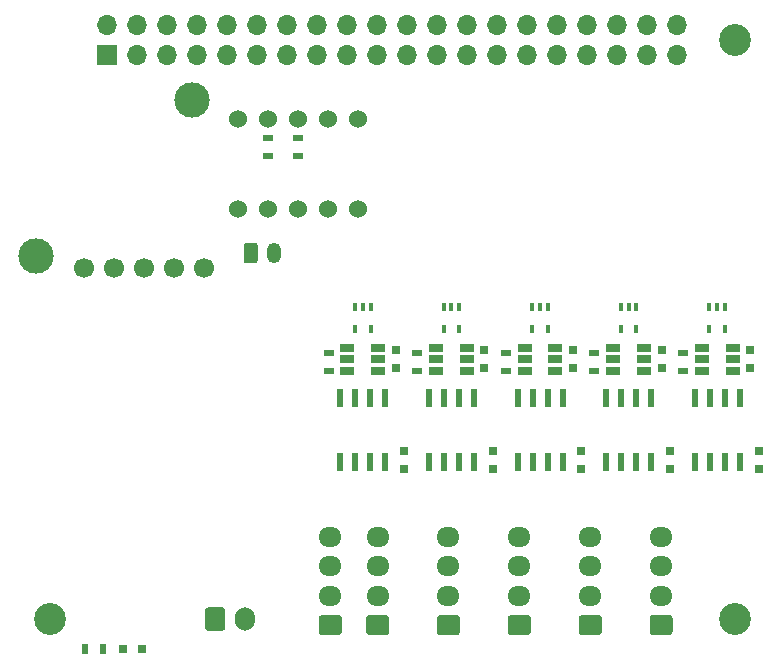
<source format=gts>
G04 #@! TF.GenerationSoftware,KiCad,Pcbnew,(5.1.8)-1*
G04 #@! TF.CreationDate,2020-12-29T14:13:16+09:00*
G04 #@! TF.ProjectId,RasPi4-UART-RS485,52617350-6934-42d5-9541-52542d525334,rev?*
G04 #@! TF.SameCoordinates,Original*
G04 #@! TF.FileFunction,Soldermask,Top*
G04 #@! TF.FilePolarity,Negative*
%FSLAX46Y46*%
G04 Gerber Fmt 4.6, Leading zero omitted, Abs format (unit mm)*
G04 Created by KiCad (PCBNEW (5.1.8)-1) date 2020-12-29 14:13:16*
%MOMM*%
%LPD*%
G01*
G04 APERTURE LIST*
%ADD10R,0.600000X1.550000*%
%ADD11C,2.700000*%
%ADD12C,1.524000*%
%ADD13O,1.200000X1.750000*%
%ADD14C,1.700000*%
%ADD15C,3.000000*%
%ADD16R,1.220000X0.650000*%
%ADD17R,0.400000X0.650000*%
%ADD18R,0.500000X0.900000*%
%ADD19R,0.900000X0.500000*%
%ADD20O,1.950000X1.700000*%
%ADD21R,0.800000X0.800000*%
%ADD22R,0.750000X0.800000*%
%ADD23R,1.700000X1.700000*%
%ADD24O,1.700000X1.700000*%
%ADD25O,1.700000X2.000000*%
G04 APERTURE END LIST*
D10*
X261905000Y-127800000D03*
X260635000Y-127800000D03*
X259365000Y-127800000D03*
X258095000Y-127800000D03*
X258095000Y-133200000D03*
X259365000Y-133200000D03*
X260635000Y-133200000D03*
X261905000Y-133200000D03*
X254405000Y-127800000D03*
X253135000Y-127800000D03*
X251865000Y-127800000D03*
X250595000Y-127800000D03*
X250595000Y-133200000D03*
X251865000Y-133200000D03*
X253135000Y-133200000D03*
X254405000Y-133200000D03*
X246905000Y-127800000D03*
X245635000Y-127800000D03*
X244365000Y-127800000D03*
X243095000Y-127800000D03*
X243095000Y-133200000D03*
X244365000Y-133200000D03*
X245635000Y-133200000D03*
X246905000Y-133200000D03*
X239405000Y-127800000D03*
X238135000Y-127800000D03*
X236865000Y-127800000D03*
X235595000Y-127800000D03*
X235595000Y-133200000D03*
X236865000Y-133200000D03*
X238135000Y-133200000D03*
X239405000Y-133200000D03*
X231905000Y-127800000D03*
X230635000Y-127800000D03*
X229365000Y-127800000D03*
X228095000Y-127800000D03*
X228095000Y-133200000D03*
X229365000Y-133200000D03*
X230635000Y-133200000D03*
X231905000Y-133200000D03*
D11*
X261500000Y-97500000D03*
D12*
X229580000Y-111810000D03*
X227040000Y-111810000D03*
X224500000Y-111810000D03*
X221960000Y-111810000D03*
X219420000Y-111810000D03*
X219420000Y-104190000D03*
X221960000Y-104190000D03*
X224500000Y-104190000D03*
X227040000Y-104190000D03*
X229580000Y-104190000D03*
D13*
X222500000Y-115500000D03*
G36*
G01*
X219900000Y-116125001D02*
X219900000Y-114874999D01*
G75*
G02*
X220149999Y-114625000I249999J0D01*
G01*
X220850001Y-114625000D01*
G75*
G02*
X221100000Y-114874999I0J-249999D01*
G01*
X221100000Y-116125001D01*
G75*
G02*
X220850001Y-116375000I-249999J0D01*
G01*
X220149999Y-116375000D01*
G75*
G02*
X219900000Y-116125001I0J249999D01*
G01*
G37*
D14*
X206420000Y-116750000D03*
X208960000Y-116750000D03*
X211500000Y-116750000D03*
X214040000Y-116750000D03*
X216580000Y-116750000D03*
D15*
X202356000Y-115734000D03*
X215564000Y-102526000D03*
D16*
X258690000Y-123550000D03*
X258690000Y-124500000D03*
X258690000Y-125450000D03*
X261310000Y-125450000D03*
X261310000Y-124500000D03*
X261310000Y-123550000D03*
X251190000Y-123550000D03*
X251190000Y-124500000D03*
X251190000Y-125450000D03*
X253810000Y-125450000D03*
X253810000Y-124500000D03*
X253810000Y-123550000D03*
X243690000Y-123550000D03*
X243690000Y-124500000D03*
X243690000Y-125450000D03*
X246310000Y-125450000D03*
X246310000Y-124500000D03*
X246310000Y-123550000D03*
X236190000Y-123550000D03*
X236190000Y-124500000D03*
X236190000Y-125450000D03*
X238810000Y-125450000D03*
X238810000Y-124500000D03*
X238810000Y-123550000D03*
X228690000Y-123550000D03*
X228690000Y-124500000D03*
X228690000Y-125450000D03*
X231310000Y-125450000D03*
X231310000Y-124500000D03*
X231310000Y-123550000D03*
D17*
X260650000Y-120050000D03*
X259350000Y-120050000D03*
X260000000Y-120050000D03*
X259350000Y-121950000D03*
X260650000Y-121950000D03*
X253150000Y-120050000D03*
X251850000Y-120050000D03*
X252500000Y-120050000D03*
X251850000Y-121950000D03*
X253150000Y-121950000D03*
X245650000Y-120050000D03*
X244350000Y-120050000D03*
X245000000Y-120050000D03*
X244350000Y-121950000D03*
X245650000Y-121950000D03*
X238150000Y-120050000D03*
X236850000Y-120050000D03*
X237500000Y-120050000D03*
X236850000Y-121950000D03*
X238150000Y-121950000D03*
X230650000Y-120050000D03*
X229350000Y-120050000D03*
X230000000Y-120050000D03*
X229350000Y-121950000D03*
X230650000Y-121950000D03*
D18*
X208000000Y-149000000D03*
X206500000Y-149000000D03*
D19*
X222000000Y-107250000D03*
X222000000Y-105750000D03*
X224500000Y-105750000D03*
X224500000Y-107250000D03*
X257100000Y-125450000D03*
X257100000Y-123950000D03*
X249600000Y-125450000D03*
X249600000Y-123950000D03*
X242100000Y-125450000D03*
X242100000Y-123950000D03*
X234600000Y-125450000D03*
X234600000Y-123950000D03*
X227100000Y-125450000D03*
X227100000Y-123950000D03*
D20*
X231250000Y-139500000D03*
X231250000Y-142000000D03*
X231250000Y-144500000D03*
G36*
G01*
X231975000Y-147850000D02*
X230525000Y-147850000D01*
G75*
G02*
X230275000Y-147600000I0J250000D01*
G01*
X230275000Y-146400000D01*
G75*
G02*
X230525000Y-146150000I250000J0D01*
G01*
X231975000Y-146150000D01*
G75*
G02*
X232225000Y-146400000I0J-250000D01*
G01*
X232225000Y-147600000D01*
G75*
G02*
X231975000Y-147850000I-250000J0D01*
G01*
G37*
X255250000Y-139500000D03*
X255250000Y-142000000D03*
X255250000Y-144500000D03*
G36*
G01*
X255975000Y-147850000D02*
X254525000Y-147850000D01*
G75*
G02*
X254275000Y-147600000I0J250000D01*
G01*
X254275000Y-146400000D01*
G75*
G02*
X254525000Y-146150000I250000J0D01*
G01*
X255975000Y-146150000D01*
G75*
G02*
X256225000Y-146400000I0J-250000D01*
G01*
X256225000Y-147600000D01*
G75*
G02*
X255975000Y-147850000I-250000J0D01*
G01*
G37*
X249250000Y-139500000D03*
X249250000Y-142000000D03*
X249250000Y-144500000D03*
G36*
G01*
X249975000Y-147850000D02*
X248525000Y-147850000D01*
G75*
G02*
X248275000Y-147600000I0J250000D01*
G01*
X248275000Y-146400000D01*
G75*
G02*
X248525000Y-146150000I250000J0D01*
G01*
X249975000Y-146150000D01*
G75*
G02*
X250225000Y-146400000I0J-250000D01*
G01*
X250225000Y-147600000D01*
G75*
G02*
X249975000Y-147850000I-250000J0D01*
G01*
G37*
X243250000Y-139500000D03*
X243250000Y-142000000D03*
X243250000Y-144500000D03*
G36*
G01*
X243975000Y-147850000D02*
X242525000Y-147850000D01*
G75*
G02*
X242275000Y-147600000I0J250000D01*
G01*
X242275000Y-146400000D01*
G75*
G02*
X242525000Y-146150000I250000J0D01*
G01*
X243975000Y-146150000D01*
G75*
G02*
X244225000Y-146400000I0J-250000D01*
G01*
X244225000Y-147600000D01*
G75*
G02*
X243975000Y-147850000I-250000J0D01*
G01*
G37*
X237250000Y-139500000D03*
X237250000Y-142000000D03*
X237250000Y-144500000D03*
G36*
G01*
X237975000Y-147850000D02*
X236525000Y-147850000D01*
G75*
G02*
X236275000Y-147600000I0J250000D01*
G01*
X236275000Y-146400000D01*
G75*
G02*
X236525000Y-146150000I250000J0D01*
G01*
X237975000Y-146150000D01*
G75*
G02*
X238225000Y-146400000I0J-250000D01*
G01*
X238225000Y-147600000D01*
G75*
G02*
X237975000Y-147850000I-250000J0D01*
G01*
G37*
X227250000Y-139500000D03*
X227250000Y-142000000D03*
X227250000Y-144500000D03*
G36*
G01*
X227975000Y-147850000D02*
X226525000Y-147850000D01*
G75*
G02*
X226275000Y-147600000I0J250000D01*
G01*
X226275000Y-146400000D01*
G75*
G02*
X226525000Y-146150000I250000J0D01*
G01*
X227975000Y-146150000D01*
G75*
G02*
X228225000Y-146400000I0J-250000D01*
G01*
X228225000Y-147600000D01*
G75*
G02*
X227975000Y-147850000I-250000J0D01*
G01*
G37*
D21*
X211300000Y-149000000D03*
X209700000Y-149000000D03*
D22*
X262800000Y-123750000D03*
X262800000Y-125250000D03*
X263500000Y-132250000D03*
X263500000Y-133750000D03*
X255300000Y-123750000D03*
X255300000Y-125250000D03*
X256000000Y-132250000D03*
X256000000Y-133750000D03*
X247800000Y-123750000D03*
X247800000Y-125250000D03*
X248500000Y-132250000D03*
X248500000Y-133750000D03*
X240300000Y-123750000D03*
X240300000Y-125250000D03*
X241000000Y-132250000D03*
X241000000Y-133750000D03*
X233500000Y-132250000D03*
X233500000Y-133750000D03*
X232800000Y-123750000D03*
X232800000Y-125250000D03*
D23*
X208370000Y-98770000D03*
D24*
X208370000Y-96230000D03*
X210910000Y-98770000D03*
X210910000Y-96230000D03*
X213450000Y-98770000D03*
X213450000Y-96230000D03*
X215990000Y-98770000D03*
X215990000Y-96230000D03*
X218530000Y-98770000D03*
X218530000Y-96230000D03*
X221070000Y-98770000D03*
X221070000Y-96230000D03*
X223610000Y-98770000D03*
X223610000Y-96230000D03*
X226150000Y-98770000D03*
X226150000Y-96230000D03*
X228690000Y-98770000D03*
X228690000Y-96230000D03*
X231230000Y-98770000D03*
X231230000Y-96230000D03*
X233770000Y-98770000D03*
X233770000Y-96230000D03*
X236310000Y-98770000D03*
X236310000Y-96230000D03*
X238850000Y-98770000D03*
X238850000Y-96230000D03*
X241390000Y-98770000D03*
X241390000Y-96230000D03*
X243930000Y-98770000D03*
X243930000Y-96230000D03*
X246470000Y-98770000D03*
X246470000Y-96230000D03*
X249010000Y-98770000D03*
X249010000Y-96230000D03*
X251550000Y-98770000D03*
X251550000Y-96230000D03*
X254090000Y-98770000D03*
X254090000Y-96230000D03*
X256630000Y-98770000D03*
X256630000Y-96230000D03*
D11*
X261500000Y-146500000D03*
X203500000Y-146500000D03*
G36*
G01*
X216650000Y-147250000D02*
X216650000Y-145750000D01*
G75*
G02*
X216900000Y-145500000I250000J0D01*
G01*
X218100000Y-145500000D01*
G75*
G02*
X218350000Y-145750000I0J-250000D01*
G01*
X218350000Y-147250000D01*
G75*
G02*
X218100000Y-147500000I-250000J0D01*
G01*
X216900000Y-147500000D01*
G75*
G02*
X216650000Y-147250000I0J250000D01*
G01*
G37*
D25*
X220000000Y-146500000D03*
M02*

</source>
